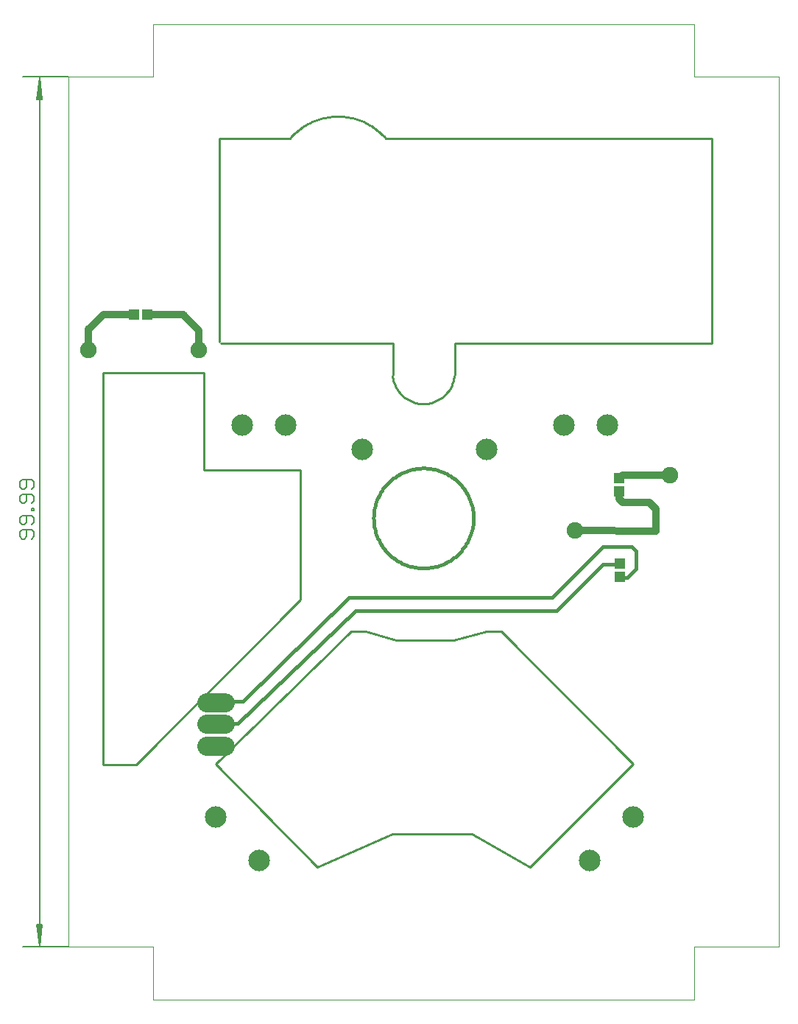
<source format=gtl>
G75*
%MOIN*%
%OFA0B0*%
%FSLAX24Y24*%
%IPPOS*%
%LPD*%
%AMOC8*
5,1,8,0,0,1.08239X$1,22.5*
%
%ADD10C,0.0000*%
%ADD11C,0.0100*%
%ADD12C,0.0160*%
%ADD13C,0.0051*%
%ADD14C,0.0060*%
%ADD15C,0.0748*%
%ADD16C,0.0856*%
%ADD17R,0.0495X0.0495*%
%ADD18C,0.0974*%
%ADD19C,0.0320*%
D10*
X002560Y002483D02*
X002560Y041849D01*
X006400Y041849D01*
X006400Y044233D01*
X030896Y044233D01*
X030896Y041849D01*
X034737Y041849D01*
X034737Y002484D01*
X030896Y002484D01*
X030896Y000100D01*
X030897Y000100D01*
X030896Y000100D02*
X006400Y000100D01*
X006400Y002484D01*
X002560Y002484D01*
X002560Y002483D02*
X002562Y002483D01*
X034598Y041852D02*
X034737Y041849D01*
D11*
X031710Y039050D02*
X031710Y029800D01*
X020060Y029800D01*
X020060Y028350D01*
X020039Y028328D02*
X020030Y028255D01*
X020017Y028182D01*
X020000Y028110D01*
X019980Y028040D01*
X019955Y027970D01*
X019927Y027901D01*
X019896Y027835D01*
X019861Y027770D01*
X019823Y027706D01*
X019781Y027645D01*
X019737Y027587D01*
X019689Y027530D01*
X019638Y027477D01*
X019585Y027426D01*
X019529Y027378D01*
X019470Y027332D01*
X019410Y027290D01*
X019347Y027252D01*
X019282Y027216D01*
X019215Y027184D01*
X019147Y027156D01*
X019078Y027131D01*
X019007Y027110D01*
X018935Y027093D01*
X018863Y027079D01*
X018789Y027070D01*
X018716Y027064D01*
X018642Y027062D01*
X018568Y027064D01*
X018495Y027070D01*
X018421Y027079D01*
X018349Y027093D01*
X018277Y027110D01*
X018206Y027131D01*
X018137Y027156D01*
X018069Y027184D01*
X018002Y027216D01*
X017937Y027252D01*
X017874Y027290D01*
X017814Y027332D01*
X017755Y027378D01*
X017699Y027426D01*
X017646Y027477D01*
X017595Y027530D01*
X017547Y027587D01*
X017503Y027645D01*
X017461Y027706D01*
X017423Y027770D01*
X017388Y027835D01*
X017357Y027901D01*
X017329Y027970D01*
X017304Y028040D01*
X017284Y028110D01*
X017267Y028182D01*
X017254Y028255D01*
X017245Y028328D01*
X017260Y028350D02*
X017260Y029800D01*
X009460Y029800D01*
X009410Y029850D02*
X009410Y039050D01*
X009449Y039076D02*
X012599Y039076D01*
X012668Y039154D01*
X012741Y039229D01*
X012816Y039302D01*
X012894Y039371D01*
X012974Y039438D01*
X013057Y039502D01*
X013142Y039563D01*
X013229Y039621D01*
X013318Y039675D01*
X013410Y039726D01*
X013503Y039774D01*
X013597Y039818D01*
X013693Y039859D01*
X013791Y039896D01*
X013890Y039930D01*
X013990Y039960D01*
X014091Y039987D01*
X014193Y040009D01*
X014296Y040028D01*
X014399Y040044D01*
X014503Y040055D01*
X014607Y040063D01*
X014712Y040067D01*
X014816Y040067D01*
X014921Y040063D01*
X015025Y040055D01*
X015129Y040044D01*
X015232Y040028D01*
X015335Y040009D01*
X015437Y039987D01*
X015538Y039960D01*
X015638Y039930D01*
X015737Y039896D01*
X015835Y039859D01*
X015931Y039818D01*
X016025Y039774D01*
X016118Y039726D01*
X016210Y039675D01*
X016299Y039621D01*
X016386Y039563D01*
X016471Y039502D01*
X016554Y039438D01*
X016634Y039371D01*
X016712Y039302D01*
X016787Y039229D01*
X016860Y039154D01*
X016929Y039076D01*
X016930Y039076D02*
X031693Y039076D01*
X022164Y016776D02*
X021491Y016776D01*
X019992Y016352D01*
X017402Y016352D01*
X016049Y016776D01*
X015378Y016776D01*
X009252Y010769D01*
X013827Y006104D01*
X017244Y007601D01*
X020844Y007601D01*
X023469Y006104D01*
X028150Y010769D01*
X022164Y016776D01*
X013069Y018182D02*
X013069Y024072D01*
X008717Y024072D01*
X008717Y028450D01*
X004137Y028450D01*
X004137Y010733D01*
X005623Y010733D01*
X013069Y018182D01*
D12*
X015260Y018300D02*
X010460Y013600D01*
X008874Y013600D01*
X008830Y013544D01*
X008830Y012560D02*
X010246Y012587D01*
X015560Y017700D01*
X024660Y017700D01*
X026760Y019800D01*
X027487Y019800D01*
X027528Y019841D01*
X027528Y019241D02*
X027560Y019210D01*
X027869Y019210D01*
X028260Y019600D01*
X028260Y020400D01*
X028060Y020600D01*
X026760Y020600D01*
X024460Y018300D01*
X015260Y018300D01*
X016389Y021887D02*
X016391Y021982D01*
X016397Y022076D01*
X016407Y022170D01*
X016421Y022264D01*
X016438Y022357D01*
X016460Y022449D01*
X016486Y022541D01*
X016515Y022631D01*
X016548Y022719D01*
X016584Y022807D01*
X016625Y022892D01*
X016669Y022976D01*
X016716Y023058D01*
X016767Y023138D01*
X016821Y023216D01*
X016878Y023291D01*
X016938Y023364D01*
X017002Y023435D01*
X017068Y023502D01*
X017137Y023567D01*
X017209Y023629D01*
X017283Y023688D01*
X017360Y023744D01*
X017438Y023796D01*
X017519Y023845D01*
X017602Y023891D01*
X017687Y023933D01*
X017774Y023971D01*
X017862Y024006D01*
X017951Y024037D01*
X018042Y024065D01*
X018134Y024088D01*
X018226Y024108D01*
X018320Y024124D01*
X018414Y024136D01*
X018508Y024144D01*
X018603Y024148D01*
X018697Y024148D01*
X018792Y024144D01*
X018886Y024136D01*
X018980Y024124D01*
X019074Y024108D01*
X019166Y024088D01*
X019258Y024065D01*
X019349Y024037D01*
X019438Y024006D01*
X019526Y023971D01*
X019613Y023933D01*
X019698Y023891D01*
X019780Y023845D01*
X019862Y023796D01*
X019940Y023744D01*
X020017Y023688D01*
X020091Y023629D01*
X020163Y023567D01*
X020232Y023502D01*
X020298Y023435D01*
X020362Y023364D01*
X020422Y023291D01*
X020479Y023216D01*
X020533Y023138D01*
X020584Y023058D01*
X020631Y022976D01*
X020675Y022892D01*
X020716Y022807D01*
X020752Y022719D01*
X020785Y022631D01*
X020814Y022541D01*
X020840Y022449D01*
X020862Y022357D01*
X020879Y022264D01*
X020893Y022170D01*
X020903Y022076D01*
X020909Y021982D01*
X020911Y021887D01*
X020909Y021792D01*
X020903Y021698D01*
X020893Y021604D01*
X020879Y021510D01*
X020862Y021417D01*
X020840Y021325D01*
X020814Y021233D01*
X020785Y021143D01*
X020752Y021055D01*
X020716Y020967D01*
X020675Y020882D01*
X020631Y020798D01*
X020584Y020716D01*
X020533Y020636D01*
X020479Y020558D01*
X020422Y020483D01*
X020362Y020410D01*
X020298Y020339D01*
X020232Y020272D01*
X020163Y020207D01*
X020091Y020145D01*
X020017Y020086D01*
X019940Y020030D01*
X019862Y019978D01*
X019781Y019929D01*
X019698Y019883D01*
X019613Y019841D01*
X019526Y019803D01*
X019438Y019768D01*
X019349Y019737D01*
X019258Y019709D01*
X019166Y019686D01*
X019074Y019666D01*
X018980Y019650D01*
X018886Y019638D01*
X018792Y019630D01*
X018697Y019626D01*
X018603Y019626D01*
X018508Y019630D01*
X018414Y019638D01*
X018320Y019650D01*
X018226Y019666D01*
X018134Y019686D01*
X018042Y019709D01*
X017951Y019737D01*
X017862Y019768D01*
X017774Y019803D01*
X017687Y019841D01*
X017602Y019883D01*
X017520Y019929D01*
X017438Y019978D01*
X017360Y020030D01*
X017283Y020086D01*
X017209Y020145D01*
X017137Y020207D01*
X017068Y020272D01*
X017002Y020339D01*
X016938Y020410D01*
X016878Y020483D01*
X016821Y020558D01*
X016767Y020636D01*
X016716Y020716D01*
X016669Y020798D01*
X016625Y020882D01*
X016584Y020967D01*
X016548Y021055D01*
X016515Y021143D01*
X016486Y021233D01*
X016460Y021325D01*
X016438Y021417D01*
X016421Y021510D01*
X016407Y021604D01*
X016397Y021698D01*
X016391Y021792D01*
X016389Y021887D01*
D13*
X002560Y002483D02*
X000492Y002483D01*
X001260Y002509D02*
X001362Y003507D01*
X001385Y003507D02*
X001260Y002509D01*
X001157Y003507D01*
X001134Y003507D02*
X001385Y003507D01*
X001311Y003507D02*
X001260Y002509D01*
X001208Y003507D01*
X001134Y003507D02*
X001260Y002509D01*
X001260Y041824D01*
X001362Y040826D01*
X001385Y040826D02*
X001260Y041824D01*
X001157Y040826D01*
X001134Y040826D02*
X001385Y040826D01*
X001311Y040826D02*
X001260Y041824D01*
X001208Y040826D01*
X001134Y040826D02*
X001260Y041824D01*
X000492Y041849D02*
X002560Y041849D01*
D14*
X000897Y023623D02*
X000470Y023623D01*
X000363Y023516D01*
X000363Y023303D01*
X000470Y023196D01*
X000576Y023196D01*
X000683Y023303D01*
X000683Y023623D01*
X000897Y023623D02*
X001003Y023516D01*
X001003Y023303D01*
X000897Y023196D01*
X000897Y022978D02*
X000470Y022978D01*
X000363Y022872D01*
X000363Y022658D01*
X000470Y022551D01*
X000576Y022551D01*
X000683Y022658D01*
X000683Y022978D01*
X000897Y022978D02*
X001003Y022872D01*
X001003Y022658D01*
X000897Y022551D01*
X000897Y022336D02*
X001003Y022336D01*
X001003Y022229D01*
X000897Y022229D01*
X000897Y022336D01*
X000897Y022012D02*
X000470Y022012D01*
X000363Y021905D01*
X000363Y021691D01*
X000470Y021585D01*
X000576Y021585D01*
X000683Y021691D01*
X000683Y022012D01*
X000897Y022012D02*
X001003Y021905D01*
X001003Y021691D01*
X000897Y021585D01*
X000897Y021367D02*
X000470Y021367D01*
X000363Y021260D01*
X000363Y021047D01*
X000470Y020940D01*
X000576Y020940D01*
X000683Y021047D01*
X000683Y021367D01*
X000897Y021367D02*
X001003Y021260D01*
X001003Y021047D01*
X000897Y020940D01*
D15*
X003481Y029513D03*
X008481Y029513D03*
X025491Y021336D03*
X029821Y023836D03*
D16*
X009687Y013544D02*
X008830Y013544D01*
X008830Y012560D02*
X009687Y012560D01*
X009687Y011576D02*
X008830Y011576D01*
D17*
X006123Y031104D03*
X005523Y031104D03*
X027510Y023690D03*
X027510Y023090D03*
X027528Y019841D03*
X027528Y019241D03*
D18*
X026969Y026084D03*
X025000Y026084D03*
X021516Y024982D03*
X015886Y024982D03*
X012402Y026084D03*
X010434Y026084D03*
X009252Y008368D03*
X011221Y006399D03*
X026182Y006399D03*
X028150Y008368D03*
D19*
X029160Y021305D02*
X025491Y021336D01*
X027510Y022749D02*
X027660Y022600D01*
X028860Y022600D01*
X029160Y022300D01*
X029160Y021305D01*
X027510Y022749D02*
X027510Y023090D01*
X027510Y023690D02*
X027656Y023836D01*
X029821Y023836D01*
X008481Y029513D02*
X008481Y030379D01*
X007760Y031100D01*
X006436Y031100D01*
X006123Y031104D01*
X005523Y031104D02*
X005326Y031100D01*
X004160Y031100D01*
X003481Y030421D01*
X003481Y029513D01*
M02*

</source>
